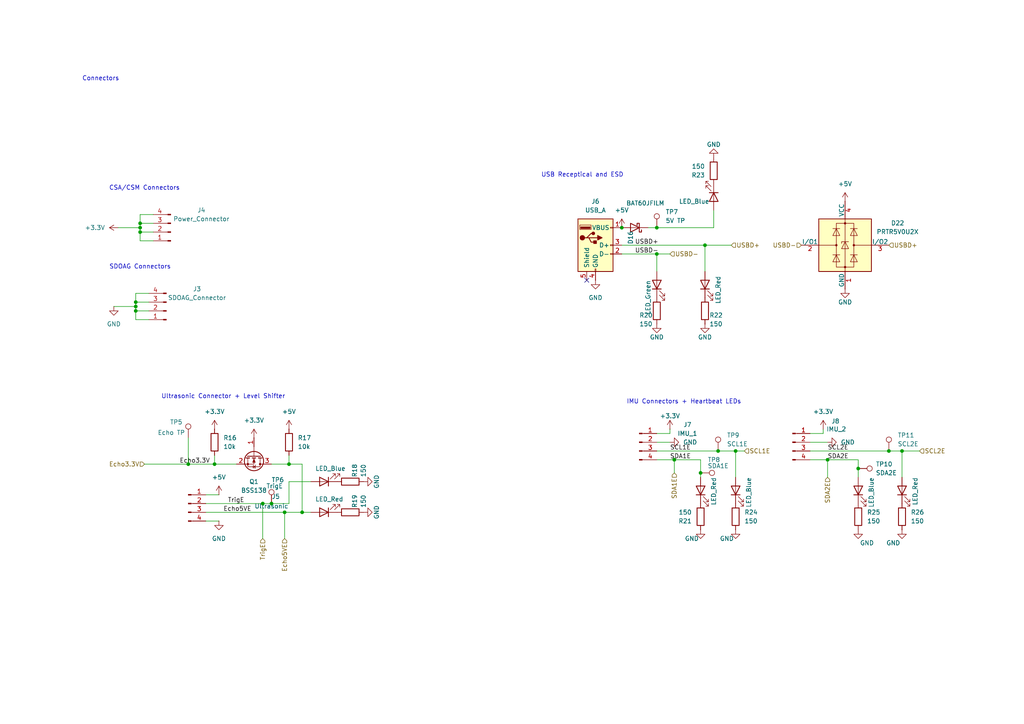
<source format=kicad_sch>
(kicad_sch (version 20231120) (generator "eeschema") (generator_version "8.0")
  (paper "A4")
  (lib_symbols
    (symbol "BSS138_1" (pin_names hide)
      (property "Reference" "Q" (at 5.08 1.905 0))
      (property "Value" "BSS138" (at 5.08 0 0))
      (symbol "BSS138_1_0_1"
        (polyline (pts (xy 0.254 0) (xy -2.54 0)))
        (polyline (pts (xy 0.254 1.905) (xy 0.254 -1.905)) (stroke (width 0.254)))
        (polyline (pts (xy 0.762 -1.27) (xy 0.762 -2.286)) (stroke (width 0.254)))
        (polyline (pts (xy 0.762 0.508) (xy 0.762 -0.508)) (stroke (width 0.254)))
        (polyline (pts (xy 0.762 2.286) (xy 0.762 1.27)) (stroke (width 0.254)))
        (polyline (pts (xy 2.54 2.54) (xy 2.54 1.778)))
        (polyline (pts (xy 2.54 -2.54) (xy 2.54 0) (xy 0.762 0)))
        (polyline (pts (xy 0.762 -1.778) (xy 3.302 -1.778) (xy 3.302 1.778) (xy 0.762 1.778)))
        (polyline (pts (xy 1.016 0) (xy 2.032 0.381) (xy 2.032 -0.381) (xy 1.016 0)) (fill (type outline)))
        (polyline (pts (xy 2.794 0.508) (xy 2.921 0.381) (xy 3.683 0.381) (xy 3.81 0.254)))
        (polyline (pts (xy 3.302 0.381) (xy 2.921 -0.254) (xy 3.683 -0.254) (xy 3.302 0.381)))
        (circle (center 1.651 0) (radius 2.794) (stroke (width 0.254)))
        (circle (center 2.54 -1.778) (radius 0.254) (fill (type outline)))
        (circle (center 2.54 1.778) (radius 0.254) (fill (type outline)))
      )
      (symbol "BSS138_1_1_1"
        (pin input line (at -5.08 0 0) (length 2.54) (name "G") (number "1"))
        (pin passive line (at 2.54 -5.08 90) (length 2.54) (name "S") (number "2"))
        (pin passive line (at 2.54 5.08 270) (length 2.54) (name "D") (number "3"))
      )
    )
    (symbol "Conn_01x04_Pin_1" (pin_names (offset 1.016) hide)
      (property "Reference" "J" (at 0 5.08 0))
      (property "Value" "Conn_01x04_Pin" (at 0 -7.62 0))
      (symbol "Conn_01x04_Pin_1_1_1"
        (polyline (pts (xy 1.27 -5.08) (xy 0.8636 -5.08)) (stroke (width 0.1524)))
        (polyline (pts (xy 1.27 -2.54) (xy 0.8636 -2.54)) (stroke (width 0.1524)))
        (polyline (pts (xy 1.27 0) (xy 0.8636 0)) (stroke (width 0.1524)))
        (polyline (pts (xy 1.27 2.54) (xy 0.8636 2.54)) (stroke (width 0.1524)))
        (rectangle (start 0.8636 -4.953) (end 0 -5.207) (stroke (width 0.1524)) (fill (type outline)))
        (rectangle (start 0.8636 -2.413) (end 0 -2.667) (stroke (width 0.1524)) (fill (type outline)))
        (rectangle (start 0.8636 0.127) (end 0 -0.127) (stroke (width 0.1524)) (fill (type outline)))
        (rectangle (start 0.8636 2.667) (end 0 2.413) (stroke (width 0.1524)) (fill (type outline)))
        (pin passive line (at 5.08 2.54 180) (length 3.81) (name "Pin_1") (number "1"))
        (pin passive line (at 5.08 0 180) (length 3.81) (name "Pin_2") (number "2"))
        (pin passive line (at 5.08 -2.54 180) (length 3.81) (name "Pin_3") (number "3"))
        (pin passive line (at 5.08 -5.08 180) (length 3.81) (name "Pin_4") (number "4"))
      )
    )
    (symbol "Conn_01x04_Pin_2" (pin_names (offset 1.016) hide)
      (property "Reference" "J" (at 0 5.08 0))
      (property "Value" "Conn_01x04_Pin" (at 0 -7.62 0))
      (symbol "Conn_01x04_Pin_2_1_1"
        (polyline (pts (xy 1.27 -5.08) (xy 0.8636 -5.08)) (stroke (width 0.1524)))
        (polyline (pts (xy 1.27 -2.54) (xy 0.8636 -2.54)) (stroke (width 0.1524)))
        (polyline (pts (xy 1.27 0) (xy 0.8636 0)) (stroke (width 0.1524)))
        (polyline (pts (xy 1.27 2.54) (xy 0.8636 2.54)) (stroke (width 0.1524)))
        (rectangle (start 0.8636 -4.953) (end 0 -5.207) (stroke (width 0.1524)) (fill (type outline)))
        (rectangle (start 0.8636 -2.413) (end 0 -2.667) (stroke (width 0.1524)) (fill (type outline)))
        (rectangle (start 0.8636 0.127) (end 0 -0.127) (stroke (width 0.1524)) (fill (type outline)))
        (rectangle (start 0.8636 2.667) (end 0 2.413) (stroke (width 0.1524)) (fill (type outline)))
        (pin passive line (at 5.08 2.54 180) (length 3.81) (name "Pin_1") (number "1"))
        (pin passive line (at 5.08 0 180) (length 3.81) (name "Pin_2") (number "2"))
        (pin passive line (at 5.08 -2.54 180) (length 3.81) (name "Pin_3") (number "3"))
        (pin passive line (at 5.08 -5.08 180) (length 3.81) (name "Pin_4") (number "4"))
      )
    )
    (symbol "Conn_01x04_Pin_3" (pin_names (offset 1.016) hide)
      (property "Reference" "J" (at 0 5.08 0))
      (property "Value" "Conn_01x04_Pin" (at 0 -7.62 0))
      (symbol "Conn_01x04_Pin_3_1_1"
        (polyline (pts (xy 1.27 -5.08) (xy 0.8636 -5.08)) (stroke (width 0.1524)))
        (polyline (pts (xy 1.27 -2.54) (xy 0.8636 -2.54)) (stroke (width 0.1524)))
        (polyline (pts (xy 1.27 0) (xy 0.8636 0)) (stroke (width 0.1524)))
        (polyline (pts (xy 1.27 2.54) (xy 0.8636 2.54)) (stroke (width 0.1524)))
        (rectangle (start 0.8636 -4.953) (end 0 -5.207) (stroke (width 0.1524)) (fill (type outline)))
        (rectangle (start 0.8636 -2.413) (end 0 -2.667) (stroke (width 0.1524)) (fill (type outline)))
        (rectangle (start 0.8636 0.127) (end 0 -0.127) (stroke (width 0.1524)) (fill (type outline)))
        (rectangle (start 0.8636 2.667) (end 0 2.413) (stroke (width 0.1524)) (fill (type outline)))
        (pin passive line (at 5.08 2.54 180) (length 3.81) (name "Pin_1") (number "1"))
        (pin passive line (at 5.08 0 180) (length 3.81) (name "Pin_2") (number "2"))
        (pin passive line (at 5.08 -2.54 180) (length 3.81) (name "Pin_3") (number "3"))
        (pin passive line (at 5.08 -5.08 180) (length 3.81) (name "Pin_4") (number "4"))
      )
    )
    (symbol "Connector:Conn_01x04_Pin" (pin_names (offset 1.016) hide)
      (property "Reference" "J" (at 0 5.08 0))
      (property "Value" "Conn_01x04_Pin" (at 0 -7.62 0))
      (symbol "Conn_01x04_Pin_1_1"
        (polyline (pts (xy 1.27 -5.08) (xy 0.8636 -5.08)) (stroke (width 0.1524)))
        (polyline (pts (xy 1.27 -2.54) (xy 0.8636 -2.54)) (stroke (width 0.1524)))
        (polyline (pts (xy 1.27 0) (xy 0.8636 0)) (stroke (width 0.1524)))
        (polyline (pts (xy 1.27 2.54) (xy 0.8636 2.54)) (stroke (width 0.1524)))
        (rectangle (start 0.8636 -4.953) (end 0 -5.207) (stroke (width 0.1524)) (fill (type outline)))
        (rectangle (start 0.8636 -2.413) (end 0 -2.667) (stroke (width 0.1524)) (fill (type outline)))
        (rectangle (start 0.8636 0.127) (end 0 -0.127) (stroke (width 0.1524)) (fill (type outline)))
        (rectangle (start 0.8636 2.667) (end 0 2.413) (stroke (width 0.1524)) (fill (type outline)))
        (pin passive line (at 5.08 2.54 180) (length 3.81) (name "Pin_1") (number "1"))
        (pin passive line (at 5.08 0 180) (length 3.81) (name "Pin_2") (number "2"))
        (pin passive line (at 5.08 -2.54 180) (length 3.81) (name "Pin_3") (number "3"))
        (pin passive line (at 5.08 -5.08 180) (length 3.81) (name "Pin_4") (number "4"))
      )
    )
    (symbol "Connector:TestPoint" (pin_numbers hide) (pin_names (offset 0.762) hide)
      (property "Reference" "TP" (at 0 6.858 0))
      (property "Value" "TestPoint" (at 0 5.08 0))
      (symbol "TestPoint_0_1"
        (circle (center 0 3.302) (radius 0.762))
      )
      (symbol "TestPoint_1_1"
        (pin passive line (at 0 0 90) (length 2.54) (name "1") (number "1"))
      )
    )
    (symbol "Connector:USB_A" (pin_names (offset 1.016))
      (property "Reference" "J" (at -5.08 11.43 0))
      (property "Value" "USB_A" (at -5.08 8.89 0))
      (symbol "USB_A_0_1"
        (rectangle (start -5.08 -7.62) (end 5.08 7.62) (stroke (width 0.254)) (fill (type background)))
        (circle (center -3.81 2.159) (radius 0.635) (stroke (width 0.254)) (fill (type outline)))
        (rectangle (start -1.524 4.826) (end -4.318 5.334) (fill (type outline)))
        (rectangle (start -1.27 4.572) (end -4.572 5.842))
        (circle (center -0.635 3.429) (radius 0.381) (stroke (width 0.254)) (fill (type outline)))
        (rectangle (start -0.127 -7.62) (end 0.127 -6.858))
        (polyline (pts (xy -3.175 2.159) (xy -2.54 2.159) (xy -1.27 3.429) (xy -0.635 3.429)) (stroke (width 0.254)))
        (polyline (pts (xy -2.54 2.159) (xy -1.905 2.159) (xy -1.27 0.889) (xy 0 0.889)) (stroke (width 0.254)))
        (polyline (pts (xy 0.635 2.794) (xy 0.635 1.524) (xy 1.905 2.159) (xy 0.635 2.794)) (stroke (width 0.254)) (fill (type outline)))
        (rectangle (start 0.254 1.27) (end -0.508 0.508) (stroke (width 0.254)) (fill (type outline)))
        (rectangle (start 5.08 -2.667) (end 4.318 -2.413))
        (rectangle (start 5.08 -0.127) (end 4.318 0.127))
        (rectangle (start 5.08 4.953) (end 4.318 5.207))
      )
      (symbol "USB_A_1_1"
        (polyline (pts (xy -1.905 2.159) (xy 0.635 2.159)) (stroke (width 0.254)))
        (pin power_in line (at 7.62 5.08 180) (length 2.54) (name "VBUS") (number "1"))
        (pin bidirectional line (at 7.62 -2.54 180) (length 2.54) (name "D-") (number "2"))
        (pin bidirectional line (at 7.62 0 180) (length 2.54) (name "D+") (number "3"))
        (pin power_in line (at 0 -10.16 90) (length 2.54) (name "GND") (number "4"))
        (pin passive line (at -2.54 -10.16 90) (length 2.54) (name "Shield") (number "5"))
      )
    )
    (symbol "Device:D_Schottky" (pin_numbers hide) (pin_names (offset 1.016) hide)
      (property "Reference" "D" (at 0 2.54 0))
      (property "Value" "D_Schottky" (at 0 -2.54 0))
      (symbol "D_Schottky_0_1"
        (polyline (pts (xy 1.27 0) (xy -1.27 0)))
        (polyline (pts (xy 1.27 1.27) (xy 1.27 -1.27) (xy -1.27 0) (xy 1.27 1.27)) (stroke (width 0.254)))
        (polyline (pts (xy -1.905 0.635) (xy -1.905 1.27) (xy -1.27 1.27) (xy -1.27 -1.27) (xy -0.635 -1.27) (xy -0.635 -0.635)) (stroke (width 0.254)))
      )
      (symbol "D_Schottky_1_1"
        (pin passive line (at -3.81 0 0) (length 2.54) (name "K") (number "1"))
        (pin passive line (at 3.81 0 180) (length 2.54) (name "A") (number "2"))
      )
    )
    (symbol "Device:LED" (pin_numbers hide) (pin_names (offset 1.016) hide)
      (property "Reference" "D" (at 0 2.54 0))
      (property "Value" "LED" (at 0 -2.54 0))
      (symbol "LED_0_1"
        (polyline (pts (xy -1.27 -1.27) (xy -1.27 1.27)) (stroke (width 0.254)))
        (polyline (pts (xy -1.27 0) (xy 1.27 0)))
        (polyline (pts (xy 1.27 -1.27) (xy 1.27 1.27) (xy -1.27 0) (xy 1.27 -1.27)) (stroke (width 0.254)))
        (polyline (pts (xy -3.048 -0.762) (xy -4.572 -2.286) (xy -3.81 -2.286) (xy -4.572 -2.286) (xy -4.572 -1.524)))
        (polyline (pts (xy -1.778 -0.762) (xy -3.302 -2.286) (xy -2.54 -2.286) (xy -3.302 -2.286) (xy -3.302 -1.524)))
      )
      (symbol "LED_1_1"
        (pin passive line (at -3.81 0 0) (length 2.54) (name "K") (number "1"))
        (pin passive line (at 3.81 0 180) (length 2.54) (name "A") (number "2"))
      )
    )
    (symbol "Device:R" (pin_numbers hide) (pin_names (offset 0))
      (property "Reference" "R" (at 2.032 0 90))
      (property "Value" "R" (at 0 0 90))
      (symbol "R_0_1"
        (rectangle (start -1.016 -2.54) (end 1.016 2.54) (stroke (width 0.254)))
      )
      (symbol "R_1_1"
        (pin passive line (at 0 3.81 270) (length 1.27) (name "~") (number "1"))
        (pin passive line (at 0 -3.81 90) (length 1.27) (name "~") (number "2"))
      )
    )
    (symbol "Power_Protection:PRTR5V0U2X" (pin_names (offset 0))
      (property "Reference" "D" (at 2.794 8.636 0))
      (property "Value" "PRTR5V0U2X" (at 8.128 -9.398 0))
      (symbol "PRTR5V0U2X_0_1"
        (rectangle (start -7.62 -7.62) (end 7.62 7.62) (stroke (width 0.254)) (fill (type background)))
        (circle (center -2.54 0) (radius 0.254) (fill (type outline)))
        (rectangle (start -2.54 6.35) (end 2.54 -6.35))
        (circle (center 0 -6.35) (radius 0.254) (fill (type outline)))
        (polyline (pts (xy -2.54 0) (xy -7.62 0)))
        (polyline (pts (xy -1.524 -2.794) (xy -3.556 -2.794)))
        (polyline (pts (xy -1.524 4.826) (xy -3.556 4.826)))
        (polyline (pts (xy 0 -7.62) (xy 0 7.62)))
        (polyline (pts (xy 1.524 -2.794) (xy 3.556 -2.794)))
        (polyline (pts (xy 1.524 4.826) (xy 3.556 4.826)))
        (polyline (pts (xy 2.54 0) (xy 7.62 0)))
        (polyline (pts (xy 1.016 1.016) (xy -1.016 1.016) (xy -1.016 0.508)))
        (polyline (pts (xy -3.556 -4.826) (xy -1.524 -4.826) (xy -2.54 -2.794) (xy -3.556 -4.826)))
        (polyline (pts (xy -3.556 2.794) (xy -1.524 2.794) (xy -2.54 4.826) (xy -3.556 2.794)))
        (polyline (pts (xy -1.016 -1.016) (xy 1.016 -1.016) (xy 0 1.016) (xy -1.016 -1.016)))
        (polyline (pts (xy 3.556 -4.826) (xy 1.524 -4.826) (xy 2.54 -2.794) (xy 3.556 -4.826)))
        (polyline (pts (xy 3.556 2.794) (xy 1.524 2.794) (xy 2.54 4.826) (xy 3.556 2.794)))
        (circle (center 0 6.35) (radius 0.254) (fill (type outline)))
        (circle (center 2.54 0) (radius 0.254) (fill (type outline)))
      )
      (symbol "PRTR5V0U2X_1_1"
        (pin passive line (at 0 -12.7 90) (length 5.08) (name "GND") (number "1"))
        (pin passive line (at -12.7 0 0) (length 5.08) (name "I/O1") (number "2"))
        (pin passive line (at 12.7 0 180) (length 5.08) (name "I/O2") (number "3"))
        (pin passive line (at 0 12.7 270) (length 5.08) (name "VCC") (number "4"))
      )
    )
    (symbol "power:+3.3V" (power) (pin_numbers hide) (pin_names (offset 0) hide)
      (property "Value" "+3.3V" (at 0 3.556 0))
      (symbol "+3.3V_0_1"
        (polyline (pts (xy -0.762 1.27) (xy 0 2.54)))
        (polyline (pts (xy 0 0) (xy 0 2.54)))
        (polyline (pts (xy 0 2.54) (xy 0.762 1.27)))
      )
      (symbol "+3.3V_1_1"
        (pin power_in line (at 0 0 90) (length 0) (name "~") (number "1"))
      )
    )
    (symbol "power:+5V" (power) (pin_numbers hide) (pin_names (offset 0) hide)
      (property "Value" "+5V" (at 0 3.556 0))
      (symbol "+5V_0_1"
        (polyline (pts (xy -0.762 1.27) (xy 0 2.54)))
        (polyline (pts (xy 0 0) (xy 0 2.54)))
        (polyline (pts (xy 0 2.54) (xy 0.762 1.27)))
      )
      (symbol "+5V_1_1"
        (pin power_in line (at 0 0 90) (length 0) (name "~") (number "1"))
      )
    )
    (symbol "power:GND" (power) (pin_numbers hide) (pin_names (offset 0) hide)
      (property "Value" "GND" (at 0 -3.81 0))
      (symbol "GND_0_1"
        (polyline (pts (xy 0 0) (xy 0 -1.27) (xy 1.27 -1.27) (xy 0 -2.54) (xy -1.27 -1.27) (xy 0 -1.27)))
      )
      (symbol "GND_1_1"
        (pin power_in line (at 0 0 270) (length 0) (name "~") (number "1"))
      )
    )
  )
  (junction (at 78.74 146.05))
  (junction (at 190.5 73.66))
  (junction (at 54.61 134.62))
  (junction (at 204.47 71.12))
  (junction (at 208.28 130.81))
  (junction (at 240.03 133.35))
  (junction (at 39.37 88.9))
  (junction (at 190.5 66.04))
  (junction (at 195.58 133.35))
  (junction (at 62.23 134.62))
  (junction (at 40.64 64.77))
  (junction (at 261.62 130.81))
  (junction (at 213.36 130.81))
  (junction (at 248.92 135.89))
  (junction (at 87.63 148.59))
  (junction (at 76.2 146.05))
  (junction (at 83.82 134.62))
  (junction (at 203.2 137.16))
  (junction (at 39.37 87.63))
  (junction (at 257.81 130.81))
  (junction (at 82.55 148.59))
  (junction (at 40.64 67.31))
  (junction (at 39.37 90.17))
  (junction (at 180.34 66.04))
  (junction (at 40.64 66.04))
  (no_connect (at 170.18 81.28))
  (wire (pts (xy 78.74 134.62) (xy 83.82 134.62)))
  (wire (pts (xy 180.34 71.12) (xy 204.47 71.12)))
  (wire (pts (xy 59.69 146.05) (xy 76.2 146.05)))
  (wire (pts (xy 59.69 151.13) (xy 63.5 151.13)))
  (wire (pts (xy 204.47 78.74) (xy 204.47 71.12)))
  (wire (pts (xy 40.64 64.77) (xy 44.45 64.77)))
  (wire (pts (xy 82.55 148.59) (xy 87.63 148.59)))
  (wire (pts (xy 82.55 148.59) (xy 82.55 156.21)))
  (wire (pts (xy 39.37 90.17) (xy 43.18 90.17)))
  (wire (pts (xy 234.95 133.35) (xy 240.03 133.35)))
  (wire (pts (xy 76.2 146.05) (xy 78.74 146.05)))
  (wire (pts (xy 190.5 78.74) (xy 190.5 73.66)))
  (wire (pts (xy 257.81 130.81) (xy 261.62 130.81)))
  (wire (pts (xy 76.2 146.05) (xy 76.2 156.21)))
  (wire (pts (xy 190.5 66.04) (xy 207.01 66.04)))
  (wire (pts (xy 195.58 133.35) (xy 203.2 133.35)))
  (wire (pts (xy 62.23 134.62) (xy 68.58 134.62)))
  (wire (pts (xy 40.64 66.04) (xy 40.64 67.31)))
  (wire (pts (xy 195.58 133.35) (xy 195.58 137.16)))
  (wire (pts (xy 190.5 128.27) (xy 194.31 128.27)))
  (wire (pts (xy 83.82 134.62) (xy 87.63 134.62)))
  (wire (pts (xy 234.95 128.27) (xy 240.03 128.27)))
  (wire (pts (xy 40.64 62.23) (xy 40.64 64.77)))
  (wire (pts (xy 204.47 71.12) (xy 212.09 71.12)))
  (wire (pts (xy 203.2 133.35) (xy 203.2 137.16)))
  (wire (pts (xy 208.28 130.81) (xy 213.36 130.81)))
  (wire (pts (xy 234.95 125.73) (xy 238.76 125.73)))
  (wire (pts (xy 190.5 133.35) (xy 195.58 133.35)))
  (wire (pts (xy 54.61 134.62) (xy 62.23 134.62)))
  (wire (pts (xy 240.03 133.35) (xy 240.03 138.43)))
  (wire (pts (xy 213.36 130.81) (xy 215.9 130.81)))
  (wire (pts (xy 261.62 130.81) (xy 266.7 130.81)))
  (wire (pts (xy 54.61 127) (xy 54.61 134.62)))
  (wire (pts (xy 248.92 133.35) (xy 248.92 135.89)))
  (wire (pts (xy 261.62 130.81) (xy 261.62 138.43)))
  (wire (pts (xy 34.29 66.04) (xy 40.64 66.04)))
  (wire (pts (xy 213.36 130.81) (xy 213.36 138.43)))
  (wire (pts (xy 40.64 67.31) (xy 40.64 69.85)))
  (wire (pts (xy 40.64 67.31) (xy 44.45 67.31)))
  (wire (pts (xy 190.5 125.73) (xy 194.31 125.73)))
  (wire (pts (xy 83.82 139.7) (xy 90.17 139.7)))
  (wire (pts (xy 190.5 130.81) (xy 208.28 130.81)))
  (wire (pts (xy 39.37 88.9) (xy 39.37 90.17)))
  (wire (pts (xy 83.82 134.62) (xy 83.82 132.08)))
  (wire (pts (xy 234.95 130.81) (xy 257.81 130.81)))
  (wire (pts (xy 190.5 73.66) (xy 194.31 73.66)))
  (wire (pts (xy 238.76 124.46) (xy 238.76 125.73)))
  (wire (pts (xy 62.23 132.08) (xy 62.23 134.62)))
  (wire (pts (xy 248.92 135.89) (xy 248.92 138.43)))
  (wire (pts (xy 40.64 69.85) (xy 44.45 69.85)))
  (wire (pts (xy 39.37 92.71) (xy 43.18 92.71)))
  (wire (pts (xy 203.2 137.16) (xy 203.2 138.43)))
  (wire (pts (xy 39.37 90.17) (xy 39.37 92.71)))
  (wire (pts (xy 40.64 64.77) (xy 40.64 66.04)))
  (wire (pts (xy 207.01 60.96) (xy 207.01 66.04)))
  (wire (pts (xy 33.02 88.9) (xy 39.37 88.9)))
  (wire (pts (xy 87.63 134.62) (xy 87.63 148.59)))
  (wire (pts (xy 87.63 148.59) (xy 90.17 148.59)))
  (wire (pts (xy 194.31 124.46) (xy 194.31 125.73)))
  (wire (pts (xy 40.64 62.23) (xy 44.45 62.23)))
  (wire (pts (xy 39.37 85.09) (xy 39.37 87.63)))
  (wire (pts (xy 39.37 85.09) (xy 43.18 85.09)))
  (wire (pts (xy 180.34 73.66) (xy 190.5 73.66)))
  (wire (pts (xy 59.69 148.59) (xy 82.55 148.59)))
  (wire (pts (xy 39.37 87.63) (xy 43.18 87.63)))
  (wire (pts (xy 240.03 133.35) (xy 248.92 133.35)))
  (wire (pts (xy 78.74 146.05) (xy 83.82 146.05)))
  (wire (pts (xy 41.91 134.62) (xy 54.61 134.62)))
  (wire (pts (xy 59.69 143.51) (xy 63.5 143.51)))
  (wire (pts (xy 83.82 139.7) (xy 83.82 146.05)))
  (wire (pts (xy 39.37 87.63) (xy 39.37 88.9)))
  (wire (pts (xy 187.96 66.04) (xy 190.5 66.04)))
  (text "Ultrasonic Connector + Level Shifter" (at 64.77 115.062 0) (effects (font (size 1.27 1.27))))
  (text "Connectors" (at 29.21 22.86 0) (effects (font (size 1.27 1.27))))
  (text "SDOAG Connectors\n" (at 40.64 77.47 0) (effects (font (size 1.27 1.27))))
  (text "USB Receptical and ESD\n" (at 168.91 50.8 0) (effects (font (size 1.27 1.27))))
  (text "IMU Connectors + Heartbeat LEDs\n" (at 198.374 116.586 0) (effects (font (size 1.27 1.27))))
  (text "CSA/CSM Connectors\n" (at 41.91 54.61 0) (effects (font (size 1.27 1.27))))
  (label "SDA2E" (at 240.03 133.35 0))
  (label "Echo5VE" (at 64.77 148.59 0))
  (label "SCL2E" (at 240.03 130.81 0))
  (label "Echo3.3V" (at 52.07 134.62 0))
  (label "SDA1E" (at 194.31 133.35 0))
  (label "USBD-" (at 184.15 73.66 0))
  (label "USBD+" (at 184.15 71.12 0))
  (label "SCL1E" (at 194.31 130.81 0))
  (label "TrigE" (at 66.04 146.05 0))
  (hierarchical_label "USBD+" (shape input) (at 212.09 71.12 0))
  (hierarchical_label "USBD-" (shape input) (at 194.31 73.66 0))
  (hierarchical_label "USBD+" (shape input) (at 257.81 71.12 0))
  (hierarchical_label "SDA1E" (shape input) (at 195.58 137.16 270))
  (hierarchical_label "SCL1E" (shape input) (at 215.9 130.81 0))
  (hierarchical_label "SDA2E" (shape input) (at 240.03 138.43 270))
  (hierarchical_label "Echo3.3V" (shape input) (at 41.91 134.62 180))
  (hierarchical_label "TrigE" (shape input) (at 76.2 156.21 270))
  (hierarchical_label "SCL2E" (shape input) (at 266.7 130.81 0))
  (hierarchical_label "Echo5VE" (shape input) (at 82.55 156.21 270))
  (hierarchical_label "USBD-" (shape input) (at 232.41 71.12 180))
  (symbol (lib_id "power:GND") (at 203.2 153.67 0) (unit 1)
    (property "Reference" "#PWR051" (effects (hide yes)))
    (property "Value" "GND" (at 200.66 156.21 0))
    (property "Description" "Power symbol creates a global label with name \"GND\" , ground" (effects (hide yes)))
  )
  (symbol (lib_id "Device:LED") (at 213.36 142.24 90) (unit 1)
    (property "Reference" "D21" (effects (hide yes)))
    (property "Value" "LED_Blue" (at 217.17 138.43 0) (effects (justify right)))
    (property "Footprint" "LED_SMD:LED_0805_2012Metric_Pad1.15x1.40mm_HandSolder" (effects (hide yes)))
    (property "Description" "Light emitting diode" (effects (hide yes)))
  )
  (symbol (lib_id "Connector:TestPoint") (at 78.74 146.05 0) (unit 1)
    (property "Reference" "TP6" (at 78.74 139.192 0) (effects (justify left)))
    (property "Value" "TrigE" (at 77.216 140.97 0) (effects (justify left)))
    (property "Description" "test point" (effects (hide yes)))
  )
  (symbol (lib_name "Conn_01x04_Pin_2") (lib_id "Connector:Conn_01x04_Pin") (at 229.87 128.27 0) (unit 1)
    (property "Reference" "J8" (at 242.316 122.174 0))
    (property "Value" "IMU_2" (at 242.57 124.46 0))
    (property "Footprint" "Library:CONN_B4B-XH-A_JSTProject" (effects (hide yes)))
    (property "Description" "Generic connector, single row, 01x04, script generated" (effects (hide yes)))
  )
  (symbol (lib_id "power:+3.3V") (at 194.31 124.46 0) (unit 1)
    (property "Reference" "#PWR049" (effects (hide yes)))
    (property "Value" "+3.3V" (at 194.31 120.65 0))
    (property "Description" "Power symbol creates a global label with name \"+3.3V\"" (effects (hide yes)))
  )
  (symbol (lib_name "Conn_01x04_Pin_1") (lib_id "Connector:Conn_01x04_Pin") (at 54.61 146.05 0) (unit 1)
    (property "Reference" "J5" (at 80.01 144.018 0))
    (property "Value" "Ultrasonic" (at 78.74 146.812 0))
    (property "Footprint" "Library:CONN_B4B-XH-A_JSTProject" (effects (hide yes)))
    (property "Description" "Generic connector, single row, 01x04, script generated" (effects (hide yes)))
  )
  (symbol (lib_id "Device:R") (at 62.23 128.27 0) (unit 1)
    (property "Reference" "R16" (at 64.77 126.9999 0) (effects (justify left)))
    (property "Value" "10k" (at 64.77 129.5399 0) (effects (justify left)))
    (property "Footprint" "Resistor_SMD:R_0805_2012Metric_Pad1.20x1.40mm_HandSolder" (effects (hide yes)))
  )
  (symbol (lib_id "power:+5V") (at 180.34 66.04 0) (unit 1)
    (property "Reference" "#PWR047" (effects (hide yes)))
    (property "Value" "+5V" (at 180.34 60.96 0))
    (property "Description" "Power symbol creates a global label with name \"+5V\"" (effects (hide yes)))
  )
  (symbol (lib_id "Device:R") (at 261.62 149.86 0) (unit 1)
    (property "Reference" "R26" (at 264.16 148.5899 0) (effects (justify left)))
    (property "Value" "150" (at 264.16 151.1299 0) (effects (justify left)))
    (property "Footprint" "Resistor_SMD:R_0805_2012Metric_Pad1.20x1.40mm_HandSolder" (effects (hide yes)))
    (property "Description" "Resistor" (effects (hide yes)))
  )
  (symbol (lib_id "power:GND") (at 172.72 81.28 0) (unit 1)
    (property "Reference" "#PWR046" (effects (hide yes)))
    (property "Value" "GND" (at 172.72 86.36 0))
    (property "Description" "Power symbol creates a global label with name \"GND\" , ground" (effects (hide yes)))
  )
  (symbol (lib_id "Device:LED") (at 207.01 57.15 270) (unit 1)
    (property "Reference" "D20" (effects (hide yes)))
    (property "Value" "LED_Blue" (at 205.74 58.42 90) (effects (justify right)))
    (property "Footprint" "LED_SMD:LED_0805_2012Metric_Pad1.15x1.40mm_HandSolder" (effects (hide yes)))
    (property "Description" "Light emitting diode" (effects (hide yes)))
  )
  (symbol (lib_id "power:+3.3V") (at 238.76 124.46 0) (unit 1)
    (property "Reference" "#PWR055" (effects (hide yes)))
    (property "Value" "+3.3V" (at 238.76 119.38 0))
    (property "Description" "Power symbol creates a global label with name \"+3.3V\"" (effects (hide yes)))
  )
  (symbol (lib_id "Device:R") (at 83.82 128.27 0) (unit 1)
    (property "Reference" "R17" (at 86.36 126.9999 0) (effects (justify left)))
    (property "Value" "10k" (at 86.36 129.5399 0) (effects (justify left)))
    (property "Footprint" "Resistor_SMD:R_0805_2012Metric_Pad1.20x1.40mm_HandSolder" (effects (hide yes)))
  )
  (symbol (lib_id "power:GND") (at 245.11 83.82 0) (unit 1)
    (property "Reference" "#PWR058" (effects (hide yes)))
    (property "Value" "GND" (at 245.11 87.63 0))
    (property "Description" "Power symbol creates a global label with name \"GND\" , ground" (effects (hide yes)))
  )
  (symbol (lib_id "Device:R") (at 101.6 139.7 90) (unit 1)
    (property "Reference" "R18" (at 102.87 138.43 0) (effects (justify left)))
    (property "Value" "150" (at 105.41 138.43 0) (effects (justify left)))
    (property "Footprint" "Resistor_SMD:R_0805_2012Metric_Pad1.20x1.40mm_HandSolder" (effects (hide yes)))
    (property "Description" "Resistor" (effects (hide yes)))
  )
  (symbol (lib_id "Connector:TestPoint") (at 190.5 66.04 0) (unit 1)
    (property "Reference" "TP7" (at 193.04 61.4679 0) (effects (justify left)))
    (property "Value" "5V TP" (at 193.04 64.0079 0) (effects (justify left)))
    (property "Footprint" "TestPoint:TestPoint_Loop_D3.50mm_Drill1.4mm_Beaded" (effects (hide yes)))
    (property "Description" "test point" (effects (hide yes)))
  )
  (symbol (lib_id "Device:LED") (at 93.98 139.7 180) (unit 1)
    (property "Reference" "D14" (effects (hide yes)))
    (property "Value" "LED_Blue" (at 91.44 135.89 0) (effects (justify right)))
    (property "Footprint" "LED_SMD:LED_0805_2012Metric_Pad1.15x1.40mm_HandSolder" (effects (hide yes)))
    (property "Description" "Light emitting diode" (effects (hide yes)))
  )
  (symbol (lib_name "BSS138_1") (lib_id "Transistor_FET:BSS138") (at 73.66 132.08 270) (unit 1)
    (property "Reference" "Q1" (at 73.66 139.7 90))
    (property "Value" "BSS138" (at 73.66 142.24 90))
    (property "Footprint" "Library:Project_BSS" (effects (hide yes)))
    (property "Datasheet" "https://www.onsemi.com/pub/Collateral/BSS138-D.PDF" (effects (hide yes)))
    (property "Description" "50V Vds, 0.22A Id, N-Channel MOSFET, SOT-23" (effects (hide yes)))
  )
  (symbol (lib_id "Device:R") (at 213.36 149.86 0) (unit 1)
    (property "Reference" "R24" (at 215.9 148.5899 0) (effects (justify left)))
    (property "Value" "150" (at 215.9 151.1299 0) (effects (justify left)))
    (property "Footprint" "Resistor_SMD:R_0805_2012Metric_Pad1.20x1.40mm_HandSolder" (effects (hide yes)))
    (property "Description" "Resistor" (effects (hide yes)))
  )
  (symbol (lib_id "Device:R") (at 207.01 49.53 180) (unit 1)
    (property "Reference" "R23" (at 204.47 50.8001 0) (effects (justify left)))
    (property "Value" "150" (at 204.47 48.2601 0) (effects (justify left)))
    (property "Footprint" "Resistor_SMD:R_0805_2012Metric_Pad1.20x1.40mm_HandSolder" (effects (hide yes)))
    (property "Description" "Resistor" (effects (hide yes)))
  )
  (symbol (lib_id "power:GND") (at 190.5 93.98 0) (unit 1)
    (property "Reference" "#PWR048" (effects (hide yes)))
    (property "Value" "GND" (at 190.5 97.79 0))
    (property "Description" "Power symbol creates a global label with name \"GND\" , ground" (effects (hide yes)))
  )
  (symbol (lib_id "Device:LED") (at 203.2 142.24 90) (unit 1)
    (property "Reference" "D18" (effects (hide yes)))
    (property "Value" "LED_Red" (at 207.01 138.43 0) (effects (justify right)))
    (property "Footprint" "LED_SMD:LED_0805_2012Metric_Pad1.15x1.40mm_HandSolder" (effects (hide yes)))
    (property "Description" "Light emitting diode" (effects (hide yes)))
  )
  (symbol (lib_id "power:GND") (at 33.02 88.9 0) (unit 1)
    (property "Reference" "#PWR037" (effects (hide yes)))
    (property "Value" "GND" (at 33.02 93.98 0))
    (property "Description" "Power symbol creates a global label with name \"GND\" , ground" (effects (hide yes)))
  )
  (symbol (lib_id "power:GND") (at 105.41 148.59 90) (unit 1)
    (property "Reference" "#PWR045" (effects (hide yes)))
    (property "Value" "GND" (at 109.22 148.59 0))
    (property "Description" "Power symbol creates a global label with name \"GND\" , ground" (effects (hide yes)))
  )
  (symbol (lib_id "Connector:TestPoint") (at 248.92 135.89 270) (unit 1)
    (property "Reference" "TP10" (at 254 134.6199 90) (effects (justify left)))
    (property "Value" "SDA2E" (at 254 137.1599 90) (effects (justify left)))
    (property "Description" "test point" (effects (hide yes)))
  )
  (symbol (lib_id "Device:LED") (at 261.62 142.24 90) (unit 1)
    (property "Reference" "D24" (effects (hide yes)))
    (property "Value" "LED_Red" (at 265.43 138.43 0) (effects (justify right)))
    (property "Footprint" "LED_SMD:LED_0805_2012Metric_Pad1.15x1.40mm_HandSolder" (effects (hide yes)))
    (property "Description" "Light emitting diode" (effects (hide yes)))
  )
  (symbol (lib_id "Device:LED") (at 204.47 82.55 90) (unit 1)
    (property "Reference" "D19" (effects (hide yes)))
    (property "Value" "LED_Red" (at 208.28 80.01 0) (effects (justify right)))
    (property "Footprint" "LED_SMD:LED_0805_2012Metric_Pad1.15x1.40mm_HandSolder" (effects (hide yes)))
    (property "Description" "Light emitting diode" (effects (hide yes)))
  )
  (symbol (lib_id "Connector:TestPoint") (at 208.28 130.81 0) (unit 1)
    (property "Reference" "TP9" (at 210.82 126.2379 0) (effects (justify left)))
    (property "Value" "SCL1E" (at 210.82 128.7779 0) (effects (justify left)))
    (property "Description" "test point" (effects (hide yes)))
  )
  (symbol (lib_id "power:+3.3V") (at 62.23 124.46 0) (unit 1)
    (property "Reference" "#PWR039" (effects (hide yes)))
    (property "Value" "+3.3V" (at 62.23 119.38 0))
    (property "Description" "Power symbol creates a global label with name \"+3.3V\"" (effects (hide yes)))
  )
  (symbol (lib_id "Device:R") (at 248.92 149.86 0) (unit 1)
    (property "Reference" "R25" (at 251.46 148.5899 0) (effects (justify left)))
    (property "Value" "150" (at 251.46 151.1299 0) (effects (justify left)))
    (property "Footprint" "Resistor_SMD:R_0805_2012Metric_Pad1.20x1.40mm_HandSolder" (effects (hide yes)))
    (property "Description" "Resistor" (effects (hide yes)))
  )
  (symbol (lib_id "Device:LED") (at 248.92 142.24 90) (unit 1)
    (property "Reference" "D23" (effects (hide yes)))
    (property "Value" "LED_Blue" (at 252.73 138.43 0) (effects (justify right)))
    (property "Footprint" "LED_SMD:LED_0805_2012Metric_Pad1.15x1.40mm_HandSolder" (effects (hide yes)))
    (property "Description" "Light emitting diode" (effects (hide yes)))
  )
  (symbol (lib_id "Device:R") (at 190.5 90.17 0) (unit 1)
    (property "Reference" "R20" (at 185.42 91.44 0) (effects (justify left)))
    (property "Value" "150" (at 185.42 93.98 0) (effects (justify left)))
    (property "Footprint" "Resistor_SMD:R_0805_2012Metric_Pad1.20x1.40mm_HandSolder" (effects (hide yes)))
    (property "Description" "Resistor" (effects (hide yes)))
  )
  (symbol (lib_id "Device:D_Schottky") (at 184.15 66.04 180) (unit 1)
    (property "Reference" "D16" (at 182.88 70.866 90) (effects (justify right)))
    (property "Value" "BAT60JFILM" (at 181.61 58.928 0) (effects (justify right)))
    (property "Footprint" "Diode_SMD:D_0805_2012Metric_Pad1.15x1.40mm_HandSolder" (effects (hide yes)))
    (property "Description" "Schottky diode" (effects (hide yes)))
  )
  (symbol (lib_name "Conn_01x04_Pin_3") (lib_id "Connector:Conn_01x04_Pin") (at 49.53 67.31 180) (unit 1)
    (property "Reference" "J4" (at 58.42 60.96 0))
    (property "Value" "Power_Connector" (at 58.42 63.5 0))
    (property "Footprint" "Library:CONN_B4B-XH-A_JSTProject" (effects (hide yes)))
    (property "Description" "Generic connector, single row, 01x04, script generated" (effects (hide yes)))
  )
  (symbol (lib_id "Connector:TestPoint") (at 54.61 127 0) (unit 1)
    (property "Reference" "TP5" (at 49.276 122.428 0) (effects (justify left)))
    (property "Value" "Echo TP" (at 45.72 125.476 0) (effects (justify left)))
    (property "Footprint" "TestPoint:TestPoint_Loop_D3.50mm_Drill1.4mm_Beaded" (effects (hide yes)))
    (property "Description" "test point" (effects (hide yes)))
  )
  (symbol (lib_id "Device:LED") (at 93.98 148.59 180) (unit 1)
    (property "Reference" "D15" (effects (hide yes)))
    (property "Value" "LED_Red" (at 91.44 144.78 0) (effects (justify right)))
    (property "Footprint" "LED_SMD:LED_0805_2012Metric_Pad1.15x1.40mm_HandSolder" (effects (hide yes)))
    (property "Description" "Light emitting diode" (effects (hide yes)))
  )
  (symbol (lib_id "power:+5V") (at 245.11 58.42 0) (unit 1)
    (property "Reference" "#PWR057" (effects (hide yes)))
    (property "Value" "+5V" (at 245.11 53.34 0))
    (property "Description" "Power symbol creates a global label with name \"+5V\"" (effects (hide yes)))
  )
  (symbol (lib_id "power:+5V") (at 83.82 124.46 0) (unit 1)
    (property "Reference" "#PWR043" (effects (hide yes)))
    (property "Value" "+5V" (at 83.82 119.38 0))
    (property "Description" "Power symbol creates a global label with name \"+5V\"" (effects (hide yes)))
  )
  (symbol (lib_id "Device:R") (at 203.2 149.86 0) (unit 1)
    (property "Reference" "R21" (at 200.66 151.1301 0) (effects (justify right)))
    (property "Value" "150" (at 200.66 148.5901 0) (effects (justify right)))
    (property "Footprint" "Resistor_SMD:R_0805_2012Metric_Pad1.20x1.40mm_HandSolder" (effects (hide yes)))
    (property "Description" "Resistor" (effects (hide yes)))
  )
  (symbol (lib_id "power:GND") (at 105.41 139.7 90) (unit 1)
    (property "Reference" "#PWR044" (effects (hide yes)))
    (property "Value" "GND" (at 109.22 139.7 0))
    (property "Description" "Power symbol creates a global label with name \"GND\" , ground" (effects (hide yes)))
  )
  (symbol (lib_id "power:GND") (at 248.92 153.67 0) (unit 1)
    (property "Reference" "#PWR059" (effects (hide yes)))
    (property "Value" "GND" (at 251.46 157.48 0))
    (property "Description" "Power symbol creates a global label with name \"GND\" , ground" (effects (hide yes)))
  )
  (symbol (lib_name "Conn_01x04_Pin_3") (lib_id "Connector:Conn_01x04_Pin") (at 48.26 90.17 180) (unit 1)
    (property "Reference" "J3" (at 57.15 83.82 0))
    (property "Value" "SDOAG_Connector" (at 57.15 86.36 0))
    (property "Footprint" "Library:CONN_B4B-XH-A_JSTProject" (effects (hide yes)))
    (property "Description" "Generic connector, single row, 01x04, script generated" (effects (hide yes)))
  )
  (symbol (lib_id "Connector:TestPoint") (at 203.2 137.16 270) (unit 1)
    (property "Reference" "TP8" (at 205.232 133.35 90) (effects (justify left)))
    (property "Value" "SDA1E" (at 205.232 135.128 90) (effects (justify left)))
    (property "Description" "test point" (effects (hide yes)))
  )
  (symbol (lib_id "power:GND") (at 261.62 153.67 0) (unit 1)
    (property "Reference" "#PWR060" (effects (hide yes)))
    (property "Value" "GND" (at 259.08 157.48 0))
    (property "Description" "Power symbol creates a global label with name \"GND\" , ground" (effects (hide yes)))
  )
  (symbol (lib_id "Connector:Conn_01x04_Pin") (at 185.42 128.27 0) (unit 1)
    (property "Reference" "J7" (at 199.39 123.19 0))
    (property "Value" "IMU_1" (at 199.39 125.73 0))
    (property "Footprint" "Library:CONN_B4B-XH-A_JSTProject" (effects (hide yes)))
    (property "Description" "Generic connector, single row, 01x04, script generated" (effects (hide yes)))
  )
  (symbol (lib_id "Device:R") (at 101.6 148.59 90) (unit 1)
    (property "Reference" "R19" (at 102.87 147.32 0) (effects (justify left)))
    (property "Value" "150" (at 105.41 147.32 0) (effects (justify left)))
    (property "Footprint" "Resistor_SMD:R_0805_2012Metric_Pad1.20x1.40mm_HandSolder" (effects (hide yes)))
    (property "Description" "Resistor" (effects (hide yes)))
  )
  (symbol (lib_id "power:+3.3V") (at 73.66 127 0) (unit 1)
    (property "Reference" "#PWR042" (effects (hide yes)))
    (property "Value" "+3.3V" (at 73.66 121.92 0))
    (property "Description" "Power symbol creates a global label with name \"+3.3V\"" (effects (hide yes)))
  )
  (symbol (lib_id "Power_Protection:PRTR5V0U2X") (at 245.11 71.12 0) (unit 1)
    (property "Reference" "D22" (at 260.35 64.6998 0))
    (property "Value" "PRTR5V0U2X" (at 260.35 67.2398 0))
    (property "Footprint" "Package_TO_SOT_SMD:SOT-143" (effects (hide yes)))
    (property "Datasheet" "https://assets.nexperia.com/documents/data-sheet/PRTR5V0U2X.pdf" (effects (hide yes)))
    (property "Description" "Ultra low capacitance double rail-to-rail ESD protection diode, SOT-143" (effects (hide yes)))
  )
  (symbol (lib_id "power:GND") (at 204.47 93.98 0) (unit 1)
    (property "Reference" "#PWR052" (effects (hide yes)))
    (property "Value" "GND" (at 204.47 97.79 0))
    (property "Description" "Power symbol creates a global label with name \"GND\" , ground" (effects (hide yes)))
  )
  (symbol (lib_id "power:GND") (at 207.01 45.72 180) (unit 1)
    (property "Reference" "#PWR053" (effects (hide yes)))
    (property "Value" "GND" (at 207.01 41.91 0))
    (property "Description" "Power symbol creates a global label with name \"GND\" , ground" (effects (hide yes)))
  )
  (symbol (lib_id "power:GND") (at 213.36 153.67 0) (unit 1)
    (property "Reference" "#PWR054" (effects (hide yes)))
    (property "Value" "GND" (at 210.82 156.21 0))
    (property "Description" "Power symbol creates a global label with name \"GND\" , ground" (effects (hide yes)))
  )
  (symbol (lib_id "power:GND") (at 194.31 128.27 90) (unit 1)
    (property "Reference" "#PWR050" (effects (hide yes)))
    (property "Value" "GND" (at 198.12 128.2699 90) (effects (justify right)))
    (property "Description" "Power symbol creates a global label with name \"GND\" , ground" (effects (hide yes)))
  )
  (symbol (lib_id "Connector:TestPoint") (at 257.81 130.81 0) (unit 1)
    (property "Reference" "TP11" (at 260.35 126.2379 0) (effects (justify left)))
    (property "Value" "SCL2E" (at 260.35 128.7779 0) (effects (justify left)))
    (property "Description" "test point" (effects (hide yes)))
  )
  (symbol (lib_id "power:GND") (at 240.03 128.27 90) (unit 1)
    (property "Reference" "#PWR056" (effects (hide yes)))
    (property "Value" "GND" (at 243.84 128.2699 90) (effects (justify right)))
    (property "Description" "Power symbol creates a global label with name \"GND\" , ground" (effects (hide yes)))
  )
  (symbol (lib_id "power:+3.3V") (at 34.29 66.04 90) (unit 1)
    (property "Reference" "#PWR038" (effects (hide yes)))
    (property "Value" "+3.3V" (at 30.48 66.0399 90) (effects (justify left)))
    (property "Description" "Power symbol creates a global label with name \"+3.3V\"" (effects (hide yes)))
  )
  (symbol (lib_id "Device:LED") (at 190.5 82.55 90) (unit 1)
    (property "Reference" "D17" (effects (hide yes)))
    (property "Value" "LED_Green" (at 187.96 81.28 0) (effects (justify right)))
    (property "Footprint" "LED_SMD:LED_0805_2012Metric_Pad1.15x1.40mm_HandSolder" (effects (hide yes)))
    (property "Description" "Light emitting diode" (effects (hide yes)))
  )
  (symbol (lib_id "power:+5V") (at 63.5 143.51 0) (unit 1)
    (property "Reference" "#PWR040" (effects (hide yes)))
    (property "Value" "+5V" (at 63.5 138.43 0))
    (property "Description" "Power symbol creates a global label with name \"+5V\"" (effects (hide yes)))
  )
  (symbol (lib_id "Device:R") (at 204.47 90.17 0) (unit 1)
    (property "Reference" "R22" (at 205.74 91.44 0) (effects (justify left)))
    (property "Value" "150" (at 205.74 93.98 0) (effects (justify left)))
    (property "Footprint" "Resistor_SMD:R_0805_2012Metric_Pad1.20x1.40mm_HandSolder" (effects (hide yes)))
    (property "Description" "Resistor" (effects (hide yes)))
  )
  (symbol (lib_id "Connector:USB_A") (at 172.72 71.12 0) (unit 1)
    (property "Reference" "J6" (at 172.72 58.42 0))
    (property "Value" "USB_A" (at 172.72 60.96 0))
    (property "Footprint" "Library:Project_USB" (effects (hide yes)))
    (property "Description" "USB Type A connector" (effects (hide yes)))
  )
  (symbol (lib_id "power:GND") (at 63.5 151.13 0) (unit 1)
    (property "Reference" "#PWR041" (effects (hide yes)))
    (property "Value" "GND" (at 63.5 156.21 0))
    (property "Description" "Power symbol creates a global label with name \"GND\" , ground" (effects (hide yes)))
  )
)
</source>
